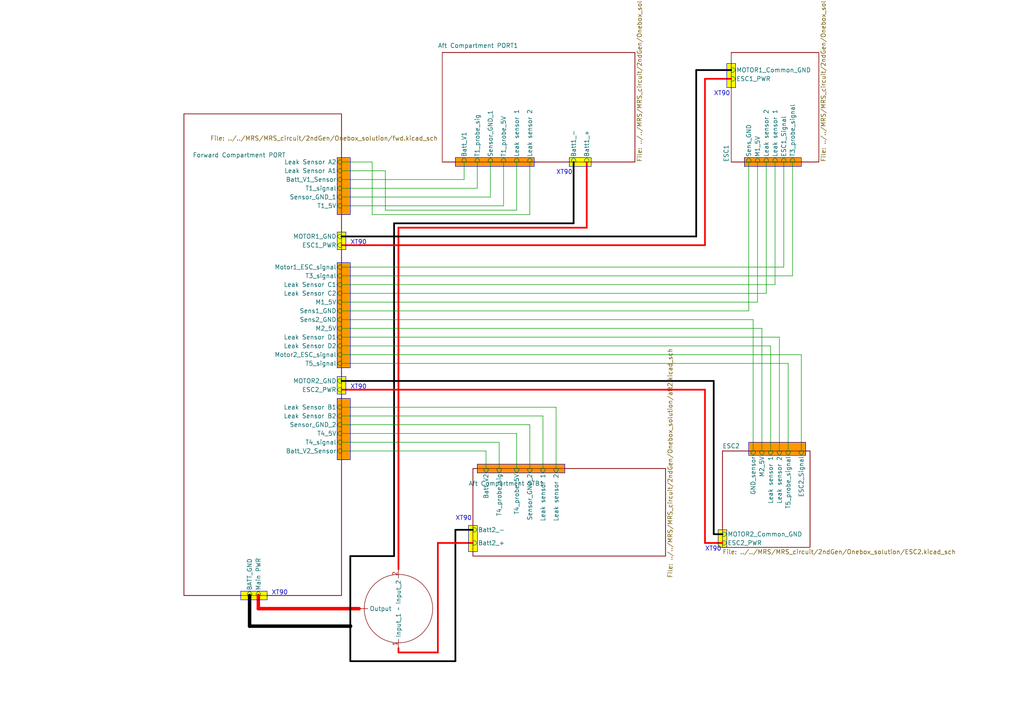
<source format=kicad_sch>
(kicad_sch (version 20230121) (generator eeschema)
  (paper "A4")
  (lib_symbols
    (symbol "MRS:Rotary_Switch"
      (property "Reference" "RS" (at 0 5.08 0))
      (symbol "Rotary_Switch_0_1"
        (circle (center 0 0) (radius 9.919))
      )
      (symbol "Rotary_Switch_1_1"
        (pin output line (at 0 -11.43 90) (length 2.54) (name "Output") (number ""))
        (pin bidirectional line (at 11.43 0 180) (length 2.54) (name "Input_1") (number "1"))
        (pin bidirectional line (at -11.43 0 0) (length 2.54) (name "Input_2") (number "2"))
      )
    )
  )
  (junction (at 101.6 181.61) (diameter 1) (color 0 0 0 1))
  (wire (pts (xy 153.67 62.23) (xy 107.95 62.23)))
  (wire (pts (xy 232.41 102.87) (xy 232.41 130.81)))
  (wire (pts (xy 140.97 130.81) (xy 140.97 135.89)))
  (wire (pts (xy 99.06 57.15) (xy 142.24 57.15)))
  (wire (pts (xy 220.98 130.81) (xy 220.98 95.25)))
  (wire (pts (xy 138.43 54.61) (xy 138.43 46.99)))
  (wire (pts (xy 74.93 172.72) (xy 74.93 176.53)) (stroke (width 1) (color 255 0 0 1)))
  (wire (pts (xy 101.6 191.77) (xy 132.08 191.77)) (stroke (width 0.5) (color 0 0 0 1)))
  (wire (pts (xy 99.06 125.73) (xy 149.86 125.73)))
  (wire (pts (xy 99.06 71.12) (xy 204.47 71.12)) (stroke (width 0.5) (color 255 0 0 1)))
  (wire (pts (xy 114.3 64.77) (xy 114.3 161.29)) (stroke (width 0.5) (color 0 0 0 1)))
  (wire (pts (xy 201.93 68.58) (xy 99.06 68.58)) (stroke (width 0.5) (color 0 0 0 1)))
  (wire (pts (xy 99.06 123.19) (xy 153.67 123.19)))
  (wire (pts (xy 99.06 54.61) (xy 138.43 54.61)))
  (wire (pts (xy 207.01 154.94) (xy 209.55 154.94)) (stroke (width 0.5) (color 0 0 0 1)))
  (wire (pts (xy 142.24 57.15) (xy 142.24 46.99)))
  (wire (pts (xy 134.62 46.99) (xy 134.62 52.07)))
  (wire (pts (xy 170.18 46.99) (xy 170.18 66.04)) (stroke (width 0.5) (color 255 0 0 1)))
  (wire (pts (xy 115.57 66.04) (xy 115.57 165.1)) (stroke (width 0.5) (color 255 0 0 1)))
  (wire (pts (xy 115.57 189.23) (xy 115.57 187.96)) (stroke (width 0.5) (color 255 0 0 1)))
  (wire (pts (xy 228.6 130.81) (xy 228.6 105.41)))
  (wire (pts (xy 99.06 77.47) (xy 227.33 77.47)))
  (wire (pts (xy 99.06 130.81) (xy 140.97 130.81)))
  (wire (pts (xy 166.37 64.77) (xy 166.37 46.99)) (stroke (width 0.5) (color 0 0 0 1)))
  (wire (pts (xy 223.52 100.33) (xy 223.52 130.81)))
  (wire (pts (xy 224.79 46.99) (xy 224.79 82.55)))
  (wire (pts (xy 204.47 22.86) (xy 204.47 71.12)) (stroke (width 0.5) (color 255 0 0 1)))
  (wire (pts (xy 222.25 46.99) (xy 222.25 85.09)))
  (wire (pts (xy 218.44 92.71) (xy 218.44 130.81)))
  (wire (pts (xy 107.95 62.23) (xy 107.95 46.99)))
  (wire (pts (xy 72.39 181.61) (xy 101.6 181.61)) (stroke (width 1) (color 0 0 0 1)))
  (wire (pts (xy 99.06 102.87) (xy 232.41 102.87)))
  (wire (pts (xy 99.06 120.65) (xy 157.48 120.65)))
  (wire (pts (xy 99.06 90.17) (xy 217.17 90.17)))
  (wire (pts (xy 99.06 92.71) (xy 218.44 92.71)))
  (wire (pts (xy 127 157.48) (xy 137.16 157.48)) (stroke (width 0.5) (color 255 0 0 1)))
  (wire (pts (xy 99.06 128.27) (xy 144.78 128.27)))
  (wire (pts (xy 99.06 87.63) (xy 219.71 87.63)))
  (wire (pts (xy 201.93 20.32) (xy 212.09 20.32)) (stroke (width 0.5) (color 0 0 0 1)))
  (wire (pts (xy 201.93 20.32) (xy 201.93 68.58)) (stroke (width 0.5) (color 0 0 0 1)))
  (wire (pts (xy 226.06 97.79) (xy 226.06 130.81)))
  (wire (pts (xy 157.48 120.65) (xy 157.48 135.89)))
  (wire (pts (xy 219.71 46.99) (xy 219.71 87.63)))
  (wire (pts (xy 127 157.48) (xy 127 189.23)) (stroke (width 0.5) (color 255 0 0 1)))
  (wire (pts (xy 127 189.23) (xy 115.57 189.23)) (stroke (width 0.5) (color 255 0 0 1)))
  (wire (pts (xy 132.08 153.67) (xy 137.16 153.67)) (stroke (width 0.5) (color 0 0 0 1)))
  (wire (pts (xy 134.62 52.07) (xy 99.06 52.07)))
  (wire (pts (xy 72.39 181.61) (xy 72.39 172.72)) (stroke (width 1) (color 0 0 0 1)))
  (wire (pts (xy 204.47 157.48) (xy 209.55 157.48)) (stroke (width 0.5) (color 255 0 0 1)))
  (wire (pts (xy 226.06 97.79) (xy 99.06 97.79)))
  (wire (pts (xy 161.29 118.11) (xy 161.29 135.89)))
  (wire (pts (xy 149.86 125.73) (xy 149.86 135.89)))
  (wire (pts (xy 204.47 113.03) (xy 204.47 157.48)) (stroke (width 0.5) (color 255 0 0 1)))
  (wire (pts (xy 222.25 85.09) (xy 99.06 85.09)))
  (wire (pts (xy 149.86 60.96) (xy 111.76 60.96)))
  (wire (pts (xy 115.57 66.04) (xy 170.18 66.04)) (stroke (width 0.5) (color 255 0 0 1)))
  (wire (pts (xy 149.86 46.99) (xy 149.86 60.96)))
  (wire (pts (xy 101.6 181.61) (xy 101.6 191.77)) (stroke (width 0.5) (color 0 0 0 1)))
  (wire (pts (xy 146.05 59.69) (xy 146.05 46.99)))
  (wire (pts (xy 111.76 49.53) (xy 111.76 60.96)))
  (wire (pts (xy 101.6 161.29) (xy 101.6 181.61)) (stroke (width 0.5) (color 0 0 0 1)))
  (wire (pts (xy 99.06 118.11) (xy 161.29 118.11)))
  (wire (pts (xy 153.67 46.99) (xy 153.67 62.23)))
  (wire (pts (xy 220.98 95.25) (xy 99.06 95.25)))
  (wire (pts (xy 207.01 110.49) (xy 207.01 154.94)) (stroke (width 0.5) (color 0 0 0 1)))
  (wire (pts (xy 101.6 161.29) (xy 114.3 161.29)) (stroke (width 0.5) (color 0 0 0 1)))
  (wire (pts (xy 227.33 77.47) (xy 227.33 46.99)))
  (wire (pts (xy 144.78 128.27) (xy 144.78 135.89)))
  (wire (pts (xy 153.67 123.19) (xy 153.67 135.89)))
  (wire (pts (xy 99.06 59.69) (xy 146.05 59.69)))
  (wire (pts (xy 99.06 113.03) (xy 204.47 113.03)) (stroke (width 0.5) (color 255 0 0 1)))
  (wire (pts (xy 99.06 105.41) (xy 228.6 105.41)))
  (wire (pts (xy 99.06 110.49) (xy 207.01 110.49)) (stroke (width 0.5) (color 0 0 0 1)))
  (wire (pts (xy 99.06 46.99) (xy 107.95 46.99)))
  (wire (pts (xy 204.47 22.86) (xy 212.09 22.86)) (stroke (width 0.5) (color 255 0 0 1)))
  (wire (pts (xy 114.3 64.77) (xy 166.37 64.77)) (stroke (width 0.5) (color 0 0 0 1)))
  (wire (pts (xy 223.52 100.33) (xy 99.06 100.33)))
  (wire (pts (xy 132.08 191.77) (xy 132.08 153.67)) (stroke (width 0.5) (color 0 0 0 1)))
  (wire (pts (xy 74.93 176.53) (xy 104.14 176.53)) (stroke (width 1) (color 255 0 0 1)))
  (wire (pts (xy 229.87 80.01) (xy 229.87 46.99)))
  (wire (pts (xy 217.17 90.17) (xy 217.17 46.99)))
  (wire (pts (xy 111.76 49.53) (xy 99.06 49.53)))
  (wire (pts (xy 99.06 80.01) (xy 229.87 80.01)))
  (wire (pts (xy 224.79 82.55) (xy 99.06 82.55)))
  (rectangle (start 69.85 171.45) (end 77.47 173.99) (fill (type color) (color 255 255 0 1)))
  (rectangle (start 217.17 128.27) (end 233.68 132.08) (fill (type color) (color 255 153 0 1)))
  (rectangle (start 97.79 76.2) (end 101.6 106.68) (fill (type color) (color 255 153 0 1)))
  (rectangle (start 132.08 45.72) (end 154.94 48.26) (fill (type color) (color 255 153 0 1)))
  (rectangle (start 135.89 152.4) (end 138.43 160.02) (fill (type color) (color 255 255 0 1)))
  (rectangle (start 165.1 45.72) (end 171.45 48.26) (fill (type color) (color 255 255 0 1)))
  (rectangle (start 97.79 45.72) (end 101.6 62.23) (fill (type color) (color 255 153 0 1)))
  (rectangle (start 97.79 115.57) (end 101.6 133.35) (fill (type color) (color 255 153 0 1)))
  (rectangle (start 215.9 45.72) (end 232.41 48.26) (fill (type color) (color 255 153 0 1)))
  (rectangle (start 208.28 153.67) (end 210.82 158.75) (fill (type color) (color 255 255 0 1)))
  (rectangle (start 97.79 109.22) (end 100.33 114.3) (fill (type color) (color 255 255 0 1)))
  (rectangle (start 210.82 18.415) (end 213.36 25.4) (fill (type color) (color 255 255 0 1)))
  (rectangle (start 138.43 134.62) (end 163.83 137.16) (fill (type color) (color 255 153 0 1)))
  (rectangle (start 97.79 67.31) (end 100.33 72.39) (fill (type color) (color 255 255 0 1)))
  (text "XT90\n" (at 132.08 151.13 0) (effects (font (size 1.27 1.27)) (justify left bottom)))
  (text "XT90\n" (at 101.6 71.12 0) (effects (font (size 1.27 1.27)) (justify left bottom)))
  (text "XT90\n" (at 204.47 160.02 0) (effects (font (size 1.27 1.27)) (justify left bottom)))
  (text "XT90\n" (at 207.01 27.94 0) (effects (font (size 1.27 1.27)) (justify left bottom)))
  (text "XT90\n" (at 161.29 50.8 0) (effects (font (size 1.27 1.27)) (justify left bottom)))
  (text "XT90\n" (at 78.74 172.72 0) (effects (font (size 1.27 1.27)) (justify left bottom)))
  (text "XT90\n" (at 101.6 113.03 0) (effects (font (size 1.27 1.27)) (justify left bottom)))
  (symbol (lib_id "MRS:Rotary_Switch") (at 115.57 176.53 270) (unit 1)
    (property "Reference" "RS1" (effects hide))
    (property "Value" "~" (at 115.57 176.53 0))
  )
  (sheet (at 212.09 15.24) (size 25.4 31.75) (stroke (width 0.1524))
    (property "Sheetname" "ESC1" (at 211.3784 46.99 90) (effects (justify left bottom)))
    (property "Sheetfile" "../../MRS/MRS_circuit/2ndGen/Onebox_solution/ESC1.kicad_sch" (at 238.0746 46.99 90) (effects (justify left top)))
    (pin "ESC1_Signal" input (at 227.33 46.99 270))
    (pin "T3_probe_signal" input (at 229.87 46.99 270))
    (pin "ESC1_PWR" input (at 212.09 22.86 180))
    (pin "Leak sensor 1" input (at 224.79 46.99 270))
    (pin "Leak sensor 2" input (at 222.25 46.99 270))
    (pin "MOTOR1_Common_GND" input (at 212.09 20.32 180))
    (pin "M1_5V" input (at 219.71 46.99 270))
    (pin "Sens_GND" input (at 217.17 46.99 270))
  )
  (sheet (at 137.16 135.89) (size 55.88 25.4) (stroke (width 0.1524))
    (property "Sheetname" "Aft Compartment STB1" (at 135.89 140.97 0) (effects (justify left bottom)))
    (property "Sheetfile" "../../MRS/MRS_circuit/2ndGen/Onebox_solution/aft2.kicad_sch" (at 193.6246 167.64 90) (effects (justify left top)))
    (pin "Batt2_+" input (at 137.16 157.48 180))
    (pin "Batt2_-" input (at 137.16 153.67 180))
    (pin "T4_probe_5V" input (at 149.86 135.89 90))
    (pin "T4_probe_sig" input (at 144.78 135.89 90))
    (pin "Batt_V2" input (at 140.97 135.89 90))
    (pin "Sensor_GND_2" input (at 153.67 135.89 90))
    (pin "Leak sensor 1" input (at 157.48 135.89 90))
    (pin "Leak sensor 2" input (at 161.29 135.89 90))
  )
  (sheet (at 209.55 130.81) (size 25.4 27.94) (stroke (width 0.1524))
    (property "Sheetname" "ESC2" (at 209.55 130.0984 0) (effects (justify left bottom)))
    (property "Sheetfile" "../../MRS/MRS_circuit/2ndGen/Onebox_solution/ESC2.kicad_sch" (at 209.55 159.3346 0) (effects (justify left top)))
    (pin "T5_probe_signal" input (at 228.6 130.81 90))
    (pin "MOTOR2_Common_GND" input (at 209.55 154.94 180))
    (pin "ESC2_PWR" input (at 209.55 157.48 180))
    (pin "ESC2_Signal" input (at 232.41 130.81 90))
    (pin "Leak sensor 2" input (at 226.06 130.81 90))
    (pin "Leak sensor 1" input (at 223.52 130.81 90))
    (pin "M2_5V" input (at 220.98 130.81 90))
    (pin "GND_sensor" input (at 218.44 130.81 90))
  )
  (sheet (at 128.27 15.24) (size 55.88 31.75) (stroke (width 0.1524))
    (property "Sheetname" "Aft Compartment PORT1" (at 127 13.97 0) (effects (justify left bottom)))
    (property "Sheetfile" "../../MRS/MRS_circuit/2ndGen/Onebox_solution/aft.kicad_sch" (at 184.7346 46.99 90) (effects (justify left top)))
    (pin "Batt1_+" input (at 170.18 46.99 270))
    (pin "T1_probe_5V" input (at 146.05 46.99 270))
    (pin "Batt1_-" input (at 166.37 46.99 270))
    (pin "T1_probe_sig" input (at 138.43 46.99 270))
    (pin "Batt_V1" input (at 134.62 46.99 270))
    (pin "Sensor_GND_1" input (at 142.24 46.99 270))
    (pin "Leak sensor 1" input (at 149.86 46.99 270))
    (pin "Leak sensor 2" input (at 153.67 46.99 270))
  )
  (sheet (at 53.34 33.02) (size 45.72 139.7) (stroke (width 0.1524))
    (property "Sheetname" "Forward Compartment PORT" (at 55.88 45.72 0) (effects (justify left bottom)))
    (property "Sheetfile" "../../MRS/MRS_circuit/2ndGen/Onebox_solution/fwd.kicad_sch" (at 60.96 39.37 0) (effects (justify left top)))
    (pin "Main PWR" input (at 74.93 172.72 270))
    (pin "BATT_GND" input (at 72.39 172.72 270))
    (pin "Motor1_ESC_signal" input (at 99.06 77.47 0))
    (pin "Motor2_ESC_signal" input (at 99.06 102.87 0))
    (pin "ESC2_PWR" input (at 99.06 113.03 0))
    (pin "ESC1_PWR" input (at 99.06 71.12 0))
    (pin "T3_signal" input (at 99.06 80.01 0))
    (pin "T1_signal" input (at 99.06 54.61 0))
    (pin "T4_signal" input (at 99.06 128.27 0))
    (pin "T5_signal" input (at 99.06 105.41 0))
    (pin "T1_5V" input (at 99.06 59.69 0))
    (pin "T4_5V" input (at 99.06 125.73 0))
    (pin "Sensor_GND_1" input (at 99.06 57.15 0))
    (pin "Sensor_GND_2" input (at 99.06 123.19 0))
    (pin "Batt_V1_Sensor" input (at 99.06 52.07 0))
    (pin "MOTOR2_GND" input (at 99.06 110.49 0))
    (pin "Batt_V2_Sensor" input (at 99.06 130.81 0))
    (pin "MOTOR1_GND" input (at 99.06 68.58 0))
    (pin "Leak Sensor A1" input (at 99.06 49.53 0))
    (pin "Leak Sensor C2" input (at 99.06 85.09 0))
    (pin "Leak Sensor A2" input (at 99.06 46.99 0))
    (pin "Leak Sensor B1" input (at 99.06 118.11 0))
    (pin "Leak Sensor B2" input (at 99.06 120.65 0))
    (pin "Leak Sensor C1" input (at 99.06 82.55 0))
    (pin "Leak Sensor D1" input (at 99.06 97.79 0))
    (pin "Leak Sensor D2" input (at 99.06 100.33 0))
    (pin "M1_5V" input (at 99.06 87.63 0))
    (pin "M2_5V" input (at 99.06 95.25 0))
    (pin "Sens1_GND" input (at 99.06 90.17 0))
    (pin "Sens2_GND" input (at 99.06 92.71 0))
  )
)
</source>
